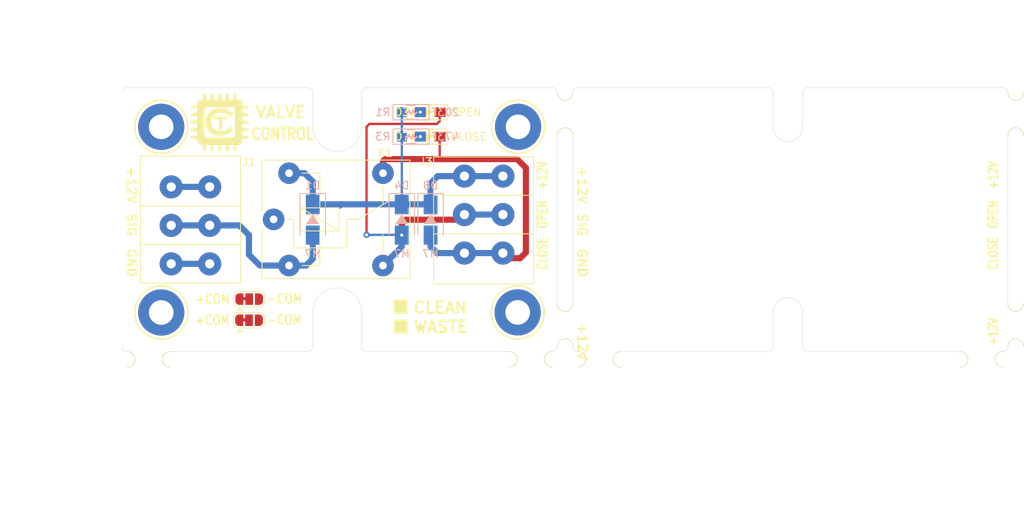
<source format=kicad_pcb>
(kicad_pcb (version 20211014) (generator pcbnew)
  (layers (0 "F.Cu" signal) (31 "B.Cu" signal) (34 "B.Paste" user) (35 "F.Paste" user) (36 "B.SilkS" user "B.Silkscreen") (37 "F.SilkS" user "F.Silkscreen") (38 "B.Mask" user) (39 "F.Mask" user) (44 "Edge.Cuts" user))
  (net 0 "")
  (net 1 "Net-(D1-Pad1)")
  (net 2 "Net-(D1-Pad2)")
  (net 3 "Net-(D3-Pad2)")
  (net 4 "Net-(D3-Pad1)")
  (net 5 "Net-(D7-Pad2)")
  (net 6 "Net-(D7-Pad1)")
  (net 7 "GNDPWR")
  (footprint "Server.pretty:LED_0805" (layer "F.Cu") (at 67.31 31.75 180)
    (fp_text reference "D7" (at 2.54 0) (layer "F.SilkS") (effects (justify right)))
    (fp_text value "CLOSE" (at -2.54 0) (layer "F.SilkS") (effects (justify left)))
    (pad "1" smd rect locked (at -1.25 0 180) (size 1.5 1.25) (layers "F.Cu" "F.Paste" "F.Mask") (net 6 "Net-(D7-Pad1)"))
    (pad "2" smd rect locked (at 1.25 0 180) (size 1.5 1.25) (layers "F.Cu" "F.Paste" "F.Mask") (net 5 "Net-(D7-Pad2)"))
  )
  (footprint "Server.pretty:USL-5SAB2-3P" (layer "F.Cu") (at 36.18 43.28 -90)
    (fp_text reference "J1" (at -8.255 -7.62 180) (layer "F.SilkS"))
    (fp_text value "Con" hide)
    (pad "1" thru_hole circle locked (at -5 2.5 270) (size 3 3) (drill 1.2) (layers *.Cu *.Mask) (net 2 "Net-(D1-Pad2)"))
    (pad "1" thru_hole circle locked (at -5 -2.5 270) (size 3 3) (drill 1.2) (layers *.Cu *.Mask) (net 2 "Net-(D1-Pad2)"))
    (pad "2" thru_hole circle locked (at 0 -2.5 270) (size 3 3) (drill 1.2) (layers *.Cu *.Mask) (net 1 "Net-(D1-Pad1)"))
    (pad "2" thru_hole circle locked (at 0 2.5 270) (size 3 3) (drill 1.2) (layers *.Cu *.Mask) (net 1 "Net-(D1-Pad1)"))
    (pad "3" thru_hole circle locked (at 5 2.5 270) (size 3 3) (drill 1.2) (layers *.Cu *.Mask) (net 7 "GNDPWR"))
    (pad "3" thru_hole circle locked (at 5 -2.5 270) (size 3 3) (drill 1.2) (layers *.Cu *.Mask) (net 7 "GNDPWR"))
  )
  (footprint "Server.pretty:RELAY_10A" (layer "F.Cu") (at 46.99 42.5)
    (fp_text reference "K1" (at 14.482 -8.65) (layer "F.SilkS"))
    (fp_text value "HR702-NH-DC12V")
    (pad "1" thru_hole circle locked (at 14.2 -6) (size 2.8 2.8) (drill 1) (layers *.Cu *.Mask) (net 6 "Net-(D7-Pad1)"))
    (pad "2" thru_hole circle locked (at 2 6) (size 2.8 2.8) (drill 1) (layers *.Cu *.Mask) (net 1 "Net-(D1-Pad1)"))
    (pad "6" thru_hole circle locked (at 2 -6) (size 2.8 2.8) (drill 1) (layers *.Cu *.Mask) (net 2 "Net-(D1-Pad2)"))
    (pad "7" thru_hole circle locked (at 0 0) (size 2.8 2.8) (drill 1) (layers *.Cu *.Mask) (net 7 "GNDPWR"))
    (pad "14" thru_hole circle locked (at 14.2 6) (size 2.8 2.8) (drill 1) (layers *.Cu *.Mask) (net 4 "Net-(D3-Pad1)"))
  )
  (footprint "Server.pretty:LED_0805" (layer "F.Cu") (at 67.31 28.575 180)
    (fp_text reference "D3" (at 2.54 0) (layer "F.SilkS") (effects (justify right)))
    (fp_text value "OPEN" (at -2.54 0) (layer "F.SilkS") (effects (justify left)))
    (pad "1" smd rect locked (at -1.25 0 180) (size 1.5 1.25) (layers "F.Cu" "F.Paste" "F.Mask") (net 4 "Net-(D3-Pad1)"))
    (pad "2" smd rect locked (at 1.25 0 180) (size 1.5 1.25) (layers "F.Cu" "F.Paste" "F.Mask") (net 3 "Net-(D3-Pad2)"))
  )
  (footprint "Server.pretty:logo" (layer "F.Cu") (at 40.005 29.845)
    (fp_text reference "G***" hide)
    (fp_text value "LOGO" hide)
  )
  (footprint "Server.pretty:MountingHole_3.2mm_M3-pcb" (layer "F.Cu") (at 78.6892 54.5846)
    (fp_text reference "H4" hide)
    (fp_text value "MH")
    (pad "1" thru_hole circle locked (at 0 0) (size 6 6) (drill 3.2) (layers *.Cu *.Mask))
  )
  (footprint "Server.pretty:MountingHole_3.2mm_M3-pcb" (layer "F.Cu") (at 32.385 30.48)
    (fp_text reference "H1" hide)
    (fp_text value "MH")
    (pad "1" thru_hole circle locked (at 0 0) (size 6 6) (drill 3.2) (layers *.Cu *.Mask))
  )
  (footprint "Server.pretty:MountingHole_3.2mm_M3-pcb" (layer "F.Cu") (at 32.385 54.6)
    (fp_text reference "H2" hide)
    (fp_text value "MH")
    (pad "1" thru_hole circle locked (at 0 0) (size 6 6) (drill 3.2) (layers *.Cu *.Mask))
  )
  (footprint "Server.pretty:MountingHole_3.2mm_M3-pcb" (layer "F.Cu") (at 78.74 30.48)
    (fp_text reference "H3" hide)
    (fp_text value "MH")
    (pad "1" thru_hole circle locked (at 0 0) (size 6 6) (drill 3.2) (layers *.Cu *.Mask))
  )
  (footprint "Panelization.pretty:mouse-bite-3mm-slot" (layer "F.Cu") (at 84.836 28.829 90)
    (fp_text reference "mouse-bite-3mm-slot" hide)
    (fp_text value "VAL**" hide)
    (pad "" np_thru_hole circle locked (at -0.012 -0.75 90) (size 0.5 0.5) (drill 0.5) (layers *.Cu *.Mask))
    (pad "" np_thru_hole circle locked (at 0.762 -0.75 90) (size 0.5 0.5) (drill 0.5) (layers *.Cu *.Mask))
    (pad "" np_thru_hole circle locked (at -0.762 -0.75 90) (size 0.5 0.5) (drill 0.5) (layers *.Cu *.Mask))
    (pad "" np_thru_hole circle locked (at 1.524 -0.75 90) (size 0.5 0.5) (drill 0.5) (layers *.Cu *.Mask))
    (pad "" np_thru_hole circle locked (at -0.012 0.75 90) (size 0.5 0.5) (drill 0.5) (layers *.Cu *.Mask))
    (pad "" np_thru_hole circle locked (at -1.512 -0.75 90) (size 0.5 0.5) (drill 0.5) (layers *.Cu *.Mask))
    (pad "" np_thru_hole circle locked (at 0.762 0.75 90) (size 0.5 0.5) (drill 0.5) (layers *.Cu *.Mask))
    (pad "" np_thru_hole circle locked (at -1.512 0.75 90) (size 0.5 0.5) (drill 0.5) (layers *.Cu *.Mask))
    (pad "" np_thru_hole circle locked (at 1.524 0.75 90) (size 0.5 0.5) (drill 0.5) (layers *.Cu *.Mask))
    (pad "" np_thru_hole circle locked (at -0.762 0.75 90) (size 0.5 0.5) (drill 0.5) (layers *.Cu *.Mask))
  )
  (footprint "Panelization.pretty:mouse-bite-3mm-slot" (layer "F.Cu") (at 84.836 56.2356 90)
    (fp_text reference "mouse-bite-3mm-slot" hide)
    (fp_text value "VAL**" hide)
    (pad "" np_thru_hole circle locked (at -1.512 0.75 90) (size 0.5 0.5) (drill 0.5) (layers *.Cu *.Mask))
    (pad "" np_thru_hole circle locked (at 1.524 0.75 90) (size 0.5 0.5) (drill 0.5) (layers *.Cu *.Mask))
    (pad "" np_thru_hole circle locked (at -0.012 -0.75 90) (size 0.5 0.5) (drill 0.5) (layers *.Cu *.Mask))
    (pad "" np_thru_hole circle locked (at -0.012 0.75 90) (size 0.5 0.5) (drill 0.5) (layers *.Cu *.Mask))
    (pad "" np_thru_hole circle locked (at -0.762 -0.75 90) (size 0.5 0.5) (drill 0.5) (layers *.Cu *.Mask))
    (pad "" np_thru_hole circle locked (at -1.512 -0.75 90) (size 0.5 0.5) (drill 0.5) (layers *.Cu *.Mask))
    (pad "" np_thru_hole circle locked (at 0.762 0.75 90) (size 0.5 0.5) (drill 0.5) (layers *.Cu *.Mask))
    (pad "" np_thru_hole circle locked (at -0.762 0.75 90) (size 0.5 0.5) (drill 0.5) (layers *.Cu *.Mask))
    (pad "" np_thru_hole circle locked (at 0.762 -0.75 90) (size 0.5 0.5) (drill 0.5) (layers *.Cu *.Mask))
    (pad "" np_thru_hole circle locked (at 1.524 -0.75 90) (size 0.5 0.5) (drill 0.5) (layers *.Cu *.Mask))
  )
  (footprint "Panelization.pretty:mouse-bite-3mm-slot" (layer "F.Cu") (at 30.734 60.6806 180)
    (fp_text reference "mouse-bite-3mm-slot" hide)
    (fp_text value "VAL**" hide)
    (pad "" np_thru_hole circle locked (at 1.524 -0.75 180) (size 0.5 0.5) (drill 0.5) (layers *.Cu *.Mask))
    (pad "" np_thru_hole circle locked (at -1.512 0.75 180) (size 0.5 0.5) (drill 0.5) (layers *.Cu *.Mask))
    (pad "" np_thru_hole circle locked (at 0.762 0.75 180) (size 0.5 0.5) (drill 0.5) (layers *.Cu *.Mask))
    (pad "" np_thru_hole circle locked (at -0.762 0.75 180) (size 0.5 0.5) (drill 0.5) (layers *.Cu *.Mask))
    (pad "" np_thru_hole circle locked (at -0.762 -0.75 180) (size 0.5 0.5) (drill 0.5) (layers *.Cu *.Mask))
    (pad "" np_thru_hole circle locked (at 0.762 -0.75 180) (size 0.5 0.5) (drill 0.5) (layers *.Cu *.Mask))
    (pad "" np_thru_hole circle locked (at 1.524 0.75 180) (size 0.5 0.5) (drill 0.5) (layers *.Cu *.Mask))
    (pad "" np_thru_hole circle locked (at -0.012 0.75 180) (size 0.5 0.5) (drill 0.5) (layers *.Cu *.Mask))
    (pad "" np_thru_hole circle locked (at -0.012 -0.75 180) (size 0.5 0.5) (drill 0.5) (layers *.Cu *.Mask))
    (pad "" np_thru_hole circle locked (at -1.512 -0.75 180) (size 0.5 0.5) (drill 0.5) (layers *.Cu *.Mask))
  )
  (footprint "Panelization.pretty:mouse-bite-3mm-slot" (layer "F.Cu") (at 80.391 60.6806 180)
    (fp_text reference "mouse-bite-3mm-slot" hide)
    (fp_text value "VAL**" hide)
    (pad "" np_thru_hole circle locked (at -0.012 0.75 180) (size 0.5 0.5) (drill 0.5) (layers *.Cu *.Mask))
    (pad "" np_thru_hole circle locked (at -1.512 -0.75 180) (size 0.5 0.5) (drill 0.5) (layers *.Cu *.Mask))
    (pad "" np_thru_hole circle locked (at 1.524 0.75 180) (size 0.5 0.5) (drill 0.5) (layers *.Cu *.Mask))
    (pad "" np_thru_hole circle locked (at 1.524 -0.75 180) (size 0.5 0.5) (drill 0.5) (layers *.Cu *.Mask))
    (pad "" np_thru_hole circle locked (at -0.012 -0.75 180) (size 0.5 0.5) (drill 0.5) (layers *.Cu *.Mask))
    (pad "" np_thru_hole circle locked (at 0.762 -0.75 180) (size 0.5 0.5) (drill 0.5) (layers *.Cu *.Mask))
    (pad "" np_thru_hole circle locked (at -1.512 0.75 180) (size 0.5 0.5) (drill 0.5) (layers *.Cu *.Mask))
    (pad "" np_thru_hole circle locked (at -0.762 0.75 180) (size 0.5 0.5) (drill 0.5) (layers *.Cu *.Mask))
    (pad "" np_thru_hole circle locked (at -0.762 -0.75 180) (size 0.5 0.5) (drill 0.5) (layers *.Cu *.Mask))
    (pad "" np_thru_hole circle locked (at 0.762 0.75 180) (size 0.5 0.5) (drill 0.5) (layers *.Cu *.Mask))
  )
  (footprint "Server.pretty:USL-5SAB2-3P" (layer "F.Cu") (at 74.27 41.88 90)
    (fp_text reference "J3" (at 6.858 -7.493 180) (layer "F.SilkS"))
    (fp_text value "Con" hide)
    (pad "1" thru_hole circle locked (at -5 -2.5 90) (size 3 3) (drill 1.2) (layers *.Cu *.Mask) (net 6 "Net-(D7-Pad1)"))
    (pad "1" thru_hole circle locked (at -5 2.5 90) (size 3 3) (drill 1.2) (layers *.Cu *.Mask) (net 6 "Net-(D7-Pad1)"))
    (pad "2" thru_hole circle locked (at 0 -2.5 90) (size 3 3) (drill 1.2) (layers *.Cu *.Mask) (net 4 "Net-(D3-Pad1)"))
    (pad "2" thru_hole circle locked (at 0 2.5 90) (size 3 3) (drill 1.2) (layers *.Cu *.Mask) (net 4 "Net-(D3-Pad1)"))
    (pad "3" thru_hole circle locked (at 5 2.5 90) (size 3 3) (drill 1.2) (layers *.Cu *.Mask) (net 2 "Net-(D1-Pad2)"))
    (pad "3" thru_hole circle locked (at 5 -2.5 90) (size 3 3) (drill 1.2) (layers *.Cu *.Mask) (net 2 "Net-(D1-Pad2)"))
  )
  (footprint "Panelization.pretty:mouse-bite-3mm-slot" (layer "F.Cu") (at 89.32 60.6806 180)
    (fp_text reference "mouse-bite-3mm-slot" hide)
    (fp_text value "VAL**" hide)
    (pad "" np_thru_hole circle locked (at 0.762 0.75 180) (size 0.5 0.5) (drill 0.5) (layers *.Cu *.Mask))
    (pad "" np_thru_hole circle locked (at -1.512 -0.75 180) (size 0.5 0.5) (drill 0.5) (layers *.Cu *.Mask))
    (pad "" np_thru_hole circle locked (at -0.012 0.75 180) (size 0.5 0.5) (drill 0.5) (layers *.Cu *.Mask))
    (pad "" np_thru_hole circle locked (at 1.524 -0.75 180) (size 0.5 0.5) (drill 0.5) (layers *.Cu *.Mask))
    (pad "" np_thru_hole circle locked (at -0.762 0.75 180) (size 0.5 0.5) (drill 0.5) (layers *.Cu *.Mask))
    (pad "" np_thru_hole circle locked (at 1.524 0.75 180) (size 0.5 0.5) (drill 0.5) (layers *.Cu *.Mask))
    (pad "" np_thru_hole circle locked (at -1.512 0.75 180) (size 0.5 0.5) (drill 0.5) (layers *.Cu *.Mask))
    (pad "" np_thru_hole circle locked (at -0.762 -0.75 180) (size 0.5 0.5) (drill 0.5) (layers *.Cu *.Mask))
    (pad "" np_thru_hole circle locked (at -0.012 -0.75 180) (size 0.5 0.5) (drill 0.5) (layers *.Cu *.Mask))
    (pad "" np_thru_hole circle locked (at 0.762 -0.75 180) (size 0.5 0.5) (drill 0.5) (layers *.Cu *.Mask))
  )
  (footprint "Panelization.pretty:mouse-bite-3mm-slot" (layer "F.Cu") (at 138.95 60.6806 180)
    (fp_text reference "mouse-bite-3mm-slot" hide)
    (fp_text value "VAL**" hide)
    (pad "" np_thru_hole circle locked (at -0.762 0.75 180) (size 0.5 0.5) (drill 0.5) (layers *.Cu *.Mask))
    (pad "" np_thru_hole circle locked (at 1.524 -0.75 180) (size 0.5 0.5) (drill 0.5) (layers *.Cu *.Mask))
    (pad "" np_thru_hole circle locked (at -0.012 -0.75 180) (size 0.5 0.5) (drill 0.5) (layers *.Cu *.Mask))
    (pad "" np_thru_hole circle locked (at -1.512 -0.75 180) (size 0.5 0.5) (drill 0.5) (layers *.Cu *.Mask))
    (pad "" np_thru_hole circle locked (at 1.524 0.75 180) (size 0.5 0.5) (drill 0.5) (layers *.Cu *.Mask))
    (pad "" np_thru_hole circle locked (at 0.762 0.75 180) (size 0.5 0.5) (drill 0.5) (layers *.Cu *.Mask))
    (pad "" np_thru_hole circle locked (at 0.762 -0.75 180) (size 0.5 0.5) (drill 0.5) (layers *.Cu *.Mask))
    (pad "" np_thru_hole circle locked (at -1.512 0.75 180) (size 0.5 0.5) (drill 0.5) (layers *.Cu *.Mask))
    (pad "" np_thru_hole circle locked (at -0.012 0.75 180) (size 0.5 0.5) (drill 0.5) (layers *.Cu *.Mask))
    (pad "" np_thru_hole circle locked (at -0.762 -0.75 180) (size 0.5 0.5) (drill 0.5) (layers *.Cu *.Mask))
  )
  (footprint "Panelization.pretty:mouse-bite-3mm-slot" (layer "F.Cu") (at 143.38 28.829 90)
    (fp_text reference "mouse-bite-3mm-slot" hide)
    (fp_text value "VAL**" hide)
    (pad "" np_thru_hole circle locked (at 1.524 -0.75 90) (size 0.5 0.5) (drill 0.5) (layers *.Cu *.Mask))
    (pad "" np_thru_hole circle locked (at 0.762 0.75 90) (size 0.5 0.5) (drill 0.5) (layers *.Cu *.Mask))
    (pad "" np_thru_hole circle locked (at -0.012 0.75 90) (size 0.5 0.5) (drill 0.5) (layers *.Cu *.Mask))
    (pad "" np_thru_hole circle locked (at -1.512 0.75 90) (size 0.5 0.5) (drill 0.5) (layers *.Cu *.Mask))
    (pad "" np_thru_hole circle locked (at 0.762 -0.75 90) (size 0.5 0.5) (drill 0.5) (layers *.Cu *.Mask))
    (pad "" np_thru_hole circle locked (at -0.762 0.75 90) (size 0.5 0.5) (drill 0.5) (layers *.Cu *.Mask))
    (pad "" np_thru_hole circle locked (at -0.762 -0.75 90) (size 0.5 0.5) (drill 0.5) (layers *.Cu *.Mask))
    (pad "" np_thru_hole circle locked (at 1.524 0.75 90) (size 0.5 0.5) (drill 0.5) (layers *.Cu *.Mask))
    (pad "" np_thru_hole circle locked (at -0.012 -0.75 90) (size 0.5 0.5) (drill 0.5) (layers *.Cu *.Mask))
    (pad "" np_thru_hole circle locked (at -1.512 -0.75 90) (size 0.5 0.5) (drill 0.5) (layers *.Cu *.Mask))
  )
  (footprint "Panelization.pretty:mouse-bite-3mm-slot" (layer "F.Cu") (at 143.38 56.2346 90)
    (fp_text reference "mouse-bite-3mm-slot" hide)
    (fp_text value "VAL**" hide)
    (pad "" np_thru_hole circle locked (at -1.512 -0.75 90) (size 0.5 0.5) (drill 0.5) (layers *.Cu *.Mask))
    (pad "" np_thru_hole circle locked (at -0.762 0.75 90) (size 0.5 0.5) (drill 0.5) (layers *.Cu *.Mask))
    (pad "" np_thru_hole circle locked (at -0.762 -0.75 90) (size 0.5 0.5) (drill 0.5) (layers *.Cu *.Mask))
    (pad "" np_thru_hole circle locked (at 1.524 0.75 90) (size 0.5 0.5) (drill 0.5) (layers *.Cu *.Mask))
    (pad "" np_thru_hole circle locked (at -1.512 0.75 90) (size 0.5 0.5) (drill 0.5) (layers *.Cu *.Mask))
    (pad "" np_thru_hole circle locked (at 1.524 -0.75 90) (size 0.5 0.5) (drill 0.5) (layers *.Cu *.Mask))
    (pad "" np_thru_hole circle locked (at -0.012 -0.75 90) (size 0.5 0.5) (drill 0.5) (layers *.Cu *.Mask))
    (pad "" np_thru_hole circle locked (at 0.762 0.75 90) (size 0.5 0.5) (drill 0.5) (layers *.Cu *.Mask))
    (pad "" np_thru_hole circle locked (at -0.012 0.75 90) (size 0.5 0.5) (drill 0.5) (layers *.Cu *.Mask))
    (pad "" np_thru_hole circle locked (at 0.762 -0.75 90) (size 0.5 0.5) (drill 0.5) (layers *.Cu *.Mask))
  )
  (footprint "Server.pretty:SolderJumper-3_P1.3mm_Bridged2Bar12_RoundedPad1.0x1.5mm" (layer "F.Cu") (at 43.815 52.8574)
    (fp_text reference "REF**" hide)
    (fp_text value "SolderJumper-3_P1.3mm_Bridged2Bar12_RoundedPad1.0x1.5mm")
    (fp_poly (pts (xy -0.9 -0.25) (xy -0.4 -0.25) (xy -0.4 0.15) (xy -0.9 0.15)) (layer "F.Cu") (width 0) (fill solid))
    (pad "1" smd custom (at -1.3 0) (size 1 0.5) (layers "F.Cu" "F.Mask") (options (clearance outline) (anchor rect)) (primitives (gr_circle (center 0 0.25) (end 0.5 0.25) (width 0) (fill yes)) (gr_circle (center 0 -0.25) (end 0.5 -0.25) (width 0) (fill yes)) (gr_poly (pts (xy 0.55 0.75) (xy 0 0.75) (xy 0 -0.75) (xy 0.55 -0.75)) (width 0) (fill yes))))
    (pad "2" smd rect (at 0 0) (size 1 1.5) (layers "F.Cu" "F.Mask"))
    (pad "3" smd custom (at 1.3 0) (size 1 0.5) (layers "F.Cu" "F.Mask") (options (clearance outline) (anchor rect)) (primitives (gr_circle (center 0 0.25) (end 0.5 0.25) (width 0) (fill yes)) (gr_circle (center 0 -0.25) (end 0.5 -0.25) (width 0) (fill yes)) (gr_poly (pts (xy 0 0.75) (xy -0.55 0.75) (xy -0.55 -0.75) (xy 0 -0.75)) (width 0) (fill yes))))
  )
  (footprint "Server.pretty:SolderJumper-3_P1.3mm_Bridged2Bar12_RoundedPad1.0x1.5mm" (layer "F.Cu") (at 43.7896 55.6006)
    (fp_text reference "REF**" hide)
    (fp_text value "SolderJumper-3_P1.3mm_Bridged2Bar12_RoundedPad1.0x1.5mm")
    (fp_poly (pts (xy -0.9 -0.25) (xy -0.4 -0.25) (xy -0.4 0.15) (xy -0.9 0.15)) (layer "F.Cu") (width 0) (fill solid))
    (pad "1" smd custom (at -1.3 0) (size 1 0.5) (layers "F.Cu" "F.Mask") (options (clearance outline) (anchor rect)) (primitives (gr_circle (center 0 0.25) (end 0.5 0.25) (width 0) (fill yes)) (gr_circle (center 0 -0.25) (end 0.5 -0.25) (width 0) (fill yes)) (gr_poly (pts (xy 0.55 0.75) (xy 0 0.75) (xy 0 -0.75) (xy 0.55 -0.75)) (width 0) (fill yes))))
    (pad "2" smd rect (at 0 0) (size 1 1.5) (layers "F.Cu" "F.Mask"))
    (pad "3" smd custom (at 1.3 0) (size 1 0.5) (layers "F.Cu" "F.Mask") (options (clearance outline) (anchor rect)) (primitives (gr_circle (center 0 0.25) (end 0.5 0.25) (width 0) (fill yes)) (gr_circle (center 0 -0.25) (end 0.5 -0.25) (width 0) (fill yes)) (gr_poly (pts (xy 0 0.75) (xy -0.55 0.75) (xy -0.55 -0.75) (xy 0 -0.75)) (width 0) (fill yes))))
  )
  (footprint "Server.pretty:D_SMA" (layer "B.Cu") (at 52.07 42.545 -90)
    (fp_text reference "D1" (at -4.445 0 180) (layer "B.SilkS") (effects (justify mirror)))
    (fp_text value "M7" (at 4.445 0 180) (layer "B.SilkS") (effects (justify mirror)))
    (pad "1" smd rect locked (at 2 0 270) (size 2.5 1.8) (layers "B.Cu" "B.Paste" "B.Mask") (net 1 "Net-(D1-Pad1)"))
    (pad "2" smd rect locked (at -2 0 270) (size 2.5 1.8) (layers "B.Cu" "B.Paste" "B.Mask") (net 2 "Net-(D1-Pad2)"))
  )
  (footprint "Server.pretty:R_0805_HandSoldering" (layer "B.Cu") (at 64.84 28.575)
    (fp_text reference "R1" (at -2.61 0 180) (layer "B.SilkS") (effects (justify left mirror)))
    (fp_text value "203F" (at 2.47 0 180) (layer "B.SilkS") (effects (justify right mirror)))
    (pad "1" smd rect locked (at -1.2 0) (size 1.3 1.3) (layers "B.Cu" "B.Paste" "B.Mask") (net 2 "Net-(D1-Pad2)"))
    (pad "2" smd rect locked (at 1.2 0) (size 1.3 1.3) (layers "B.Cu" "B.Paste" "B.Mask") (net 3 "Net-(D3-Pad2)"))
  )
  (footprint "Server.pretty:R_0805_HandSoldering" (layer "B.Cu") (at 64.84 31.75)
    (fp_text reference "R3" (at -2.61 0 180) (layer "B.SilkS") (effects (justify left mirror)))
    (fp_text value "473F" (at 2.47 0 180) (layer "B.SilkS") (effects (justify right mirror)))
    (pad "1" smd rect locked (at -1.2 0) (size 1.3 1.3) (layers "B.Cu" "B.Paste" "B.Mask") (net 2 "Net-(D1-Pad2)"))
    (pad "2" smd rect locked (at 1.2 0) (size 1.3 1.3) (layers "B.Cu" "B.Paste" "B.Mask") (net 5 "Net-(D7-Pad2)"))
  )
  (footprint "Server.pretty:D_SMA" (layer "B.Cu") (at 63.627 42.545 -90)
    (fp_text reference "D4" (at -4.445 0 180) (layer "B.SilkS") (effects (justify mirror)))
    (fp_text value "M7" (at 4.445 0 180) (layer "B.SilkS") (effects (justify mirror)))
    (pad "1" smd rect locked (at 2 0 270) (size 2.5 1.8) (layers "B.Cu" "B.Paste" "B.Mask") (net 4 "Net-(D3-Pad1)"))
    (pad "2" smd rect locked (at -2 0 270) (size 2.5 1.8) (layers "B.Cu" "B.Paste" "B.Mask") (net 2 "Net-(D1-Pad2)"))
  )
  (footprint "Server.pretty:D_SMA" (layer "B.Cu") (at 67.3735 42.545 -90)
    (fp_text reference "D8" (at -4.445 0 180) (layer "B.SilkS") (effects (justify mirror)))
    (fp_text value "M7" (at 4.445 0 180) (layer "B.SilkS") (effects (justify mirror)))
    (pad "1" smd rect locked (at 2 0 270) (size 2.5 1.8) (layers "B.Cu" "B.Paste" "B.Mask") (net 6 "Net-(D7-Pad1)"))
    (pad "2" smd rect locked (at -2 0 270) (size 2.5 1.8) (layers "B.Cu" "B.Paste" "B.Mask") (net 2 "Net-(D1-Pad2)"))
  )
  (gr_rect (start 62.6237 55.5752) (end 64.3255 57.277) (layer "F.SilkS") (width 0.12) (fill solid))
  (gr_rect (start 62.611 52.9971) (end 64.3128 54.6989) (layer "F.SilkS") (width 0.12) (fill solid))
  (gr_line (start 116.332 59.6646) (end 136.144 59.6646) (layer "Edge.Cuts") (width 0.05))
  (gr_line (start 92.075 59.6646) (end 111.247772 59.6646) (layer "Edge.Cuts") (width 0.05))
  (gr_arc (start 144.399 26.035) (mid 143.383 27.051) (end 142.367 26.035) (layer "Edge.Cuts") (width 0.05))
  (gr_arc (start 144.399 53.4416) (mid 143.383 54.4576) (end 142.367 53.4416) (layer "Edge.Cuts") (width 0.05))
  (gr_arc (start 142.367 59.0296) (mid 143.383 58.0136) (end 144.399 59.0296) (layer "Edge.Cuts") (width 0.05))
  (gr_arc (start 83.185 25.4) (mid 83.634013 25.585987) (end 83.82 26.035) (layer "Edge.Cuts") (width 0.05))
  (gr_arc (start 83.82 59.0296) (mid 84.836 58.0136) (end 85.852 59.0296) (layer "Edge.Cuts") (width 0.05))
  (gr_arc (start 85.852 53.4416) (mid 84.836 54.4576) (end 83.82 53.4416) (layer "Edge.Cuts") (width 0.05))
  (gr_arc (start 27.94 59.6646) (mid 28.956 60.6806) (end 27.94 61.6966) (layer "Edge.Cuts") (width 0.05))
  (gr_arc (start 33.528 61.6966) (mid 32.512 60.6806) (end 33.528 59.6646) (layer "Edge.Cuts") (width 0.05))
  (gr_arc (start 77.597 59.6646) (mid 78.613 60.6806) (end 77.597 61.6966) (layer "Edge.Cuts") (width 0.05))
  (gr_arc (start 83.185 61.6966) (mid 82.169 60.6806) (end 83.185 59.6646) (layer "Edge.Cuts") (width 0.05))
  (gr_line (start 58.42 26.035) (end 58.42 30.48) (layer "Edge.Cuts") (width 0.05))
  (gr_line (start 52.07 30.48) (end 52.07 26.035) (layer "Edge.Cuts") (width 0.05))
  (gr_line (start 33.528 59.6646) (end 51.435 59.6646) (layer "Edge.Cuts") (width 0.05))
  (gr_line (start 52.07 59.0296) (end 52.07 54.5846) (layer "Edge.Cuts") (width 0.05))
  (gr_line (start 58.42 54.5846) (end 58.42 59.0296) (layer "Edge.Cuts") (width 0.05))
  (gr_line (start 59.055 59.6646) (end 77.597 59.6646) (layer "Edge.Cuts") (width 0.05))
  (gr_line (start 111.887 59.0296) (end 111.887 54.5846) (layer "Edge.Cuts") (width 0.05))
  (gr_arc (start 136.144 59.6646) (mid 137.16 60.6806) (end 136.144 61.6966) (layer "Edge.Cuts") (width 0.05))
  (gr_line (start 115.701228 54.5846) (end 115.701228 59.0296) (layer "Edge.Cuts") (width 0.05))
  (gr_arc (start 86.487 59.6646) (mid 87.503 60.6806) (end 86.487 61.6966) (layer "Edge.Cuts") (width 0.05))
  (gr_arc (start 92.075 61.6966) (mid 91.059 60.6806) (end 92.075 59.6646) (layer "Edge.Cuts") (width 0.05))
  (gr_arc (start 141.732 61.6966) (mid 140.716 60.6806) (end 141.732 59.6646) (layer "Edge.Cuts") (width 0.05))
  (gr_line (start 111.887 30.48) (end 111.887 26.035) (layer "Edge.Cuts") (width 0.05))
  (gr_line (start 115.697 26.035) (end 115.697 30.48) (layer "Edge.Cuts") (width 0.05))
  (gr_arc (start 142.367 59.0296) (mid 142.181013 59.478613) (end 141.732 59.6646) (layer "Edge.Cuts") (width 0.05))
  (gr_arc (start 111.887 59.0296) (mid 111.701013 59.478613) (end 111.252 59.6646) (layer "Edge.Cuts") (width 0.05))
  (gr_arc (start 85.852 26.035) (mid 86.037987 25.585987) (end 86.487 25.4) (layer "Edge.Cuts") (width 0.05))
  (gr_arc (start 86.487 59.6646) (mid 86.037987 59.478613) (end 85.852 59.0296) (layer "Edge.Cuts") (width 0.05))
  (gr_arc (start 111.252 25.4) (mid 111.701013 25.585987) (end 111.887 26.035) (layer "Edge.Cuts") (width 0.05))
  (gr_arc (start 141.732 25.4) (mid 142.181013 25.585987) (end 142.367 26.035) (layer "Edge.Cuts") (width 0.05))
  (gr_arc (start 115.697 26.035) (mid 115.882987 25.585987) (end 116.332 25.4) (layer "Edge.Cuts") (width 0.05))
  (gr_arc (start 116.336228 59.6646) (mid 115.887215 59.478613) (end 115.701228 59.0296) (layer "Edge.Cuts") (width 0.05))
  (gr_line (start 27.94 25.4) (end 51.435 25.4) (layer "Edge.Cuts") (width 0.05))
  (gr_line (start 59.055 25.4) (end 83.185 25.4) (layer "Edge.Cuts") (width 0.05))
  (gr_line (start 86.487 25.4) (end 111.252 25.4) (layer "Edge.Cuts") (width 0.05))
  (gr_line (start 116.332 25.4) (end 141.732 25.4) (layer "Edge.Cuts") (width 0.05))
  (gr_arc (start 142.367 31.623) (mid 143.383 30.607) (end 144.399 31.623) (layer "Edge.Cuts") (width 0.05))
  (gr_arc (start 115.697 30.48) (mid 113.792 32.385) (end 111.887 30.48) (layer "Edge.Cuts") (width 0.05))
  (gr_arc (start 52.07 59.0296) (mid 51.884013 59.478613) (end 51.435 59.6646) (layer "Edge.Cuts") (width 0.05))
  (gr_arc (start 51.435 25.4) (mid 51.884013 25.585987) (end 52.07 26.035) (layer "Edge.Cuts") (width 0.05))
  (gr_arc (start 85.852 26.035) (mid 84.836 27.051) (end 83.82 26.035) (layer "Edge.Cuts") (width 0.05))
  (gr_line (start 85.852 53.4416) (end 85.852 31.623) (layer "Edge.Cuts") (width 0.05))
  (gr_arc (start 52.07 54.5846) (mid 55.245 51.4096) (end 58.42 54.5846) (layer "Edge.Cuts") (width 0.05))
  (gr_arc (start 58.42 26.035) (mid 58.605987 25.585987) (end 59.055 25.4) (layer "Edge.Cuts") (width 0.05))
  (gr_arc (start 83.82 31.623) (mid 84.836 30.607) (end 85.852 31.623) (layer "Edge.Cuts") (width 0.05))
  (gr_arc (start 83.82 59.0296) (mid 83.634013 59.478613) (end 83.185 59.6646) (layer "Edge.Cuts") (width 0.05))
  (gr_arc (start 58.42 30.48) (mid 55.245 33.655) (end 52.07 30.48) (layer "Edge.Cuts") (width 0.05))
  (gr_line (start 142.367 53.4416) (end 142.367 31.623) (layer "Edge.Cuts") (width 0.05))
  (gr_arc (start 59.055 59.6646) (mid 58.605987 59.478613) (end 58.42 59.0296) (layer "Edge.Cuts") (width 0.05))
  (gr_line (start 83.82 31.623) (end 83.82 53.4416) (layer "Edge.Cuts") (width 0.05))
  (gr_arc (start 111.891228 54.5846) (mid 113.796228 52.6796) (end 115.701228 54.5846) (layer "Edge.Cuts") (width 0.05))
  (gr_arc (start 27.94 59.6646) (mid 27.490987 59.478613) (end 27.305 59.0296) (layer "Edge.Cuts") (width 0.05))
  (gr_arc (start 27.305 26.035) (mid 27.490987 25.585987) (end 27.94 25.4) (layer "Edge.Cuts") (width 0.05))
  (gr_text "OPEN" (at 81.915 41.865 90) (layer "F.SilkS") (effects (font (size 1.2 0.9) (thickness 0.225))))
  (gr_text "CLOSE" (at 81.915 46.945 90) (layer "F.SilkS") (effects (font (size 1.2 0.9) (thickness 0.225))))
  (gr_text "+12V" (at 28.535 38.055 270) (layer "F.SilkS") (effects (font (size 1.2 1.2) (thickness 0.25))))
  (gr_text "SIG" (at 28.535 43.1985 270) (layer "F.SilkS") (effects (font (size 1.2 1.2) (thickness 0.25))))
  (gr_text "VALVE" (at 47.9044 28.575) (layer "F.SilkS") (effects (font (size 1.5 1.5) (thickness 0.3))))
  (gr_text "GND" (at 28.535 48.1515 -90) (layer "F.SilkS") (effects (font (size 1.2 1.2) (thickness 0.25))))
  (gr_text "+12V" (at 140.462 57.105 90) (layer "F.SilkS") (effects (font (size 1.2 0.9) (thickness 0.225))))
  (gr_text "+12V" (at 87.082 38.055 270) (layer "F.SilkS") (effects (font (size 1.2 1.2) (thickness 0.25))))
  (gr_text "CLOSE" (at 140.462 46.945 90) (layer "F.SilkS") (effects (font (size 1.2 0.9) (thickness 0.225))))
  (gr_text "+12V" (at 140.462 36.785 90) (layer "F.SilkS") (effects (font (size 1.2 0.9) (thickness 0.225))))
  (gr_text "GND" (at 87.082 48.1515 -90) (layer "F.SilkS") (effects (font (size 1.2 1.2) (thickness 0.25))))
  (gr_text "SIG" (at 87.082 43.1985 270) (layer "F.SilkS") (effects (font (size 1.2 1.2) (thickness 0.25))))
  (gr_text "+12V" (at 87.082 58.375 270) (layer "F.SilkS") (effects (font (size 1.2 1.2) (thickness 0.25))))
  (gr_text "OPEN" (at 140.462 41.865 90) (layer "F.SilkS") (effects (font (size 1.2 0.9) (thickness 0.225))))
  (gr_text "-COM" (at 46.0248 55.5498) (layer "F.SilkS") (effects (font (size 1.2 1) (thickness 0.2)) (justify left)))
  (gr_text "+12V" (at 81.915 36.785 90) (layer "F.SilkS") (effects (font (size 1.2 0.9) (thickness 0.225))))
  (gr_text "-COM" (at 46.0502 52.8066) (layer "F.SilkS") (effects (font (size 1.2 1) (thickness 0.2)) (justify left)))
  (gr_text "CLEAN" (at 64.9732 53.975) (layer "F.SilkS") (effects (font (size 1.5 1.5) (thickness 0.3)) (justify left)))
  (gr_text "+COM" (at 41.3766 55.6006) (layer "F.SilkS") (effects (font (size 1.2 1) (thickness 0.2)) (justify right)))
  (gr_text "CONTROL" (at 48.133 31.3944) (layer "F.SilkS") (effects (font (size 1.5 1.2) (thickness 0.3))))
  (gr_text "WASTE" (at 65.024 56.4642) (layer "F.SilkS") (effects (font (size 1.5 1.5) (thickness 0.3)) (justify left)))
  (gr_text "+COM" (at 41.402 52.8574) (layer "F.SilkS") (effects (font (size 1.2 1) (thickness 0.2)) (justify right)))
  (segment (start 51.195 48.5) (end 48.99 48.5) (width 0.8) (layer "B.Cu") (net 1))
  (segment (start 38.68 43.28) (end 33.68 43.28) (width 0.8) (layer "B.Cu") (net 1))
  (segment (start 42.52 43.28) (end 38.68 43.28) (width 0.8) (layer "B.Cu") (net 1))
  (segment (start 45.2 48.5) (end 43.78 47.08) (width 0.8) (layer "B.Cu") (net 1))
  (segment (start 43.78 47.08) (end 43.78 44.54) (width 0.8) (layer "B.Cu") (net 1))
  (segment (start 52.07 47.625) (end 51.195 48.5) (width 0.8) (layer "B.Cu") (net 1))
  (segment (start 43.78 44.54) (end 42.52 43.28) (width 0.8) (layer "B.Cu") (net 1))
  (segment (start 48.99 48.5) (end 45.2 48.5) (width 0.8) (layer "B.Cu") (net 1))
  (segment (start 52.07 44.545) (end 52.07 47.625) (width 0.8) (layer "B.Cu") (net 1))
  (segment (start 67.3735 40.545) (end 67.3735 37.8165) (width 0.8) (layer "B.Cu") (net 2))
  (segment (start 33.68 38.28) (end 38.68 38.28) (width 0.8) (layer "B.Cu") (net 2))
  (segment (start 52.07 40.545) (end 52.07 37.592) (width 0.8) (layer "B.Cu") (net 2))
  (segment (start 50.978 36.5) (end 48.99 36.5) (width 0.8) (layer "B.Cu") (net 2))
  (segment (start 55.755 40.545) (end 63.627 40.545) (width 0.8) (layer "B.Cu") (net 2))
  (segment (start 67.3735 37.8165) (end 68.31 36.88) (width 0.8) (layer "B.Cu") (net 2))
  (segment (start 63.64 31.75) (end 63.64 28.575) (width 0.3) (layer "B.Cu") (net 2))
  (segment (start 52.07 37.592) (end 50.978 36.5) (width 0.8) (layer "B.Cu") (net 2))
  (segment (start 55.575 40.725) (end 55.755 40.545) (width 0.8) (layer "B.Cu") (net 2))
  (segment (start 68.31 36.88) (end 71.77 36.88) (width 0.8) (layer "B.Cu") (net 2))
  (segment (start 71.77 36.88) (end 76.77 36.88) (width 0.8) (layer "B.Cu") (net 2))
  (segment (start 52.07 40.545) (end 55.755 40.545) (width 0.8) (layer "B.Cu") (net 2))
  (segment (start 63.64 40.532) (end 63.627 40.545) (width 0.3) (layer "B.Cu") (net 2))
  (segment (start 63.64 31.75) (end 63.64 40.532) (width 0.3) (layer "B.Cu") (net 2))
  (segment (start 63.627 40.545) (end 67.3735 40.545) (width 0.8) (layer "B.Cu") (net 2))
  (via (at 66.04 28.575) (size 0.8) (drill 0.4) (layers "F.Cu" "B.Cu") (net 3))
  (segment (start 64.135 42.545) (end 63.627 43.053) (width 0.8) (layer "F.Cu") (net 4))
  (segment (start 59.055 41.91) (end 59.055 44.5135) (width 0.3) (layer "F.Cu") (net 4))
  (segment (start 68.199 30.099) (end 59.436 30.099) (width 0.3) (layer "F.Cu") (net 4))
  (segment (start 71.795 42.545) (end 64.135 42.545) (width 0.8) (layer "F.Cu") (net 4))
  (segment (start 68.56 28.575) (end 68.56 29.738) (width 0.3) (layer "F.Cu") (net 4))
  (segment (start 59.436 30.099) (end 59.055 30.48) (width 0.3) (layer "F.Cu") (net 4))
  (segment (start 59.055 30.48) (end 59.055 41.91) (width 0.3) (layer "F.Cu") (net 4))
  (segment (start 63.627 43.053) (end 63.627 44.545) (width 0.8) (layer "F.Cu") (net 4))
  (segment (start 68.56 29.738) (end 68.199 30.099) (width 0.3) (layer "F.Cu") (net 4))
  (via (at 59.055 44.5135) (size 0.8) (drill 0.4) (layers "F.Cu" "B.Cu") (net 4))
  (via (at 63.627 44.545) (size 0.8) (drill 0.4) (layers "F.Cu" "B.Cu") (net 4))
  (segment (start 63.627 44.545) (end 63.627 46.063) (width 0.8) (layer "B.Cu") (net 4))
  (segment (start 63.627 46.063) (end 61.19 48.5) (width 0.8) (layer "B.Cu") (net 4))
  (segment (start 59.055 44.5135) (end 63.5955 44.5135) (width 0.3) (layer "B.Cu") (net 4))
  (segment (start 63.5955 44.5135) (end 63.627 44.545) (width 0.3) (layer "B.Cu") (net 4))
  (segment (start 71.77 41.88) (end 76.77 41.88) (width 0.8) (layer "B.Cu") (net 4))
  (via (at 66.04 31.75) (size 0.8) (drill 0.4) (layers "F.Cu" "B.Cu") (net 5))
  (segment (start 61.19 34.949) (end 61.468 34.671) (width 0.8) (layer "F.Cu") (net 6))
  (segment (start 79.756 35.814) (end 79.756 46.7995) (width 0.8) (layer "F.Cu") (net 6))
  (segment (start 68.834 34.671) (end 78.613 34.671) (width 0.8) (layer "F.Cu") (net 6))
  (segment (start 68.56 31.75) (end 68.56 34.397) (width 0.3) (layer "F.Cu") (net 6))
  (segment (start 78.613 34.671) (end 79.756 35.814) (width 0.8) (layer "F.Cu") (net 6))
  (segment (start 68.56 34.397) (end 68.834 34.671) (width 0.3) (layer "F.Cu") (net 6))
  (segment (start 79.0105 47.545) (end 76.795 47.545) (width 0.8) (layer "F.Cu") (net 6))
  (segment (start 79.756 46.7995) (end 79.0105 47.545) (width 0.8) (layer "F.Cu") (net 6))
  (segment (start 61.19 36.5) (end 61.19 34.949) (width 0.8) (layer "F.Cu") (net 6))
  (segment (start 61.468 34.671) (end 68.834 34.671) (width 0.8) (layer "F.Cu") (net 6))
  (segment (start 71.77 46.88) (end 76.77 46.88) (width 0.8) (layer "B.Cu") (net 6))
  (segment (start 67.3735 46.0235) (end 68.23 46.88) (width 0.8) (layer "B.Cu") (net 6))
  (segment (start 76.962 46.863) (end 76.28 47.545) (width 0.8) (layer "B.Cu") (net 6))
  (segment (start 68.23 46.88) (end 71.77 46.88) (width 0.8) (layer "B.Cu") (net 6))
  (segment (start 67.3735 44.545) (end 67.3735 46.0235) (width 0.8) (layer "B.Cu") (net 6))
  (segment (start 38.68 48.28) (end 33.68 48.28) (width 0.8) (layer "B.Cu") (net 7))
)
</source>
